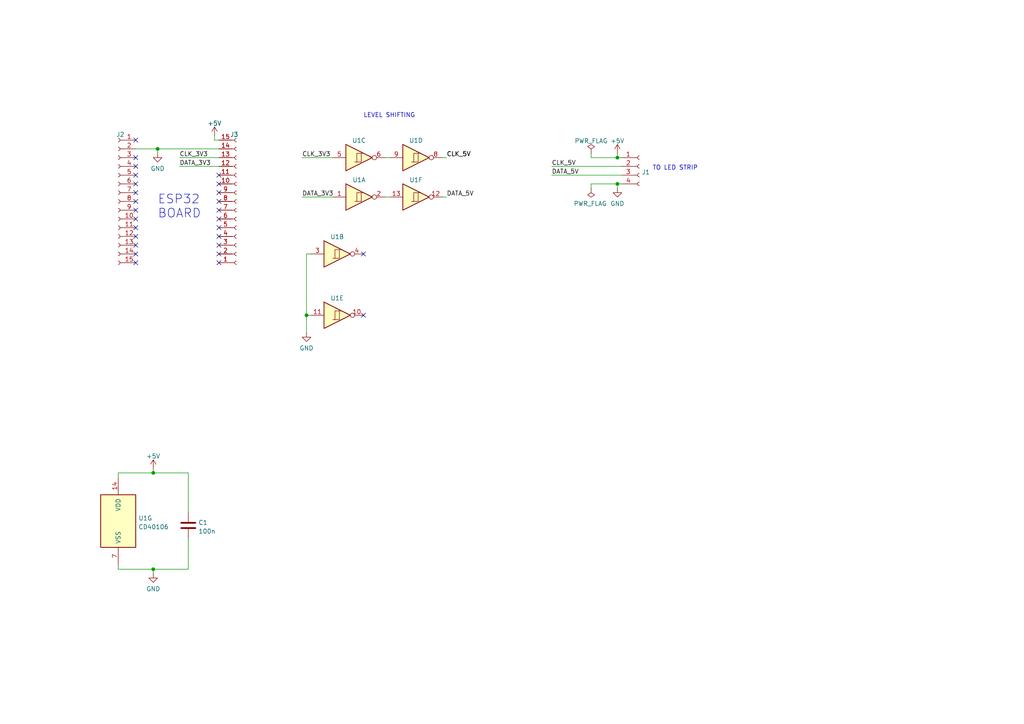
<source format=kicad_sch>
(kicad_sch (version 20211123) (generator eeschema)
  (paper "A4")
  (lib_symbols
    (symbol "4xxx:40106" (pin_names (offset 1.016))
      (property "Reference" "U" (at 0 1.27 0))
      (property "Value" "40106" (at 0 -1.27 0))
      (symbol "40106_1_0"
        (polyline (pts (xy -0.635 -1.27) (xy -0.635 1.27) (xy 0.635 1.27)))
        (polyline (pts (xy -3.81 3.81) (xy -3.81 -3.81) (xy 3.81 0) (xy -3.81 3.81)) (stroke (width 0.254)) (fill (type background)))
        (polyline (pts (xy -1.27 -1.27) (xy 0.635 -1.27) (xy 0.635 1.27) (xy 1.27 1.27)))
        (pin input line (at -7.62 0 0) (length 3.81) (name "~") (number "1"))
        (pin output inverted (at 7.62 0 180) (length 3.81) (name "~") (number "2"))
      )
      (symbol "40106_2_0"
        (polyline (pts (xy -0.635 -1.27) (xy -0.635 1.27) (xy 0.635 1.27)))
        (polyline (pts (xy -3.81 3.81) (xy -3.81 -3.81) (xy 3.81 0) (xy -3.81 3.81)) (stroke (width 0.254)) (fill (type background)))
        (polyline (pts (xy -1.27 -1.27) (xy 0.635 -1.27) (xy 0.635 1.27) (xy 1.27 1.27)))
        (pin input line (at -7.62 0 0) (length 3.81) (name "~") (number "3"))
        (pin output inverted (at 7.62 0 180) (length 3.81) (name "~") (number "4"))
      )
      (symbol "40106_3_0"
        (polyline (pts (xy -0.635 -1.27) (xy -0.635 1.27) (xy 0.635 1.27)))
        (polyline (pts (xy -3.81 3.81) (xy -3.81 -3.81) (xy 3.81 0) (xy -3.81 3.81)) (stroke (width 0.254)) (fill (type background)))
        (polyline (pts (xy -1.27 -1.27) (xy 0.635 -1.27) (xy 0.635 1.27) (xy 1.27 1.27)))
        (pin input line (at -7.62 0 0) (length 3.81) (name "~") (number "5"))
        (pin output inverted (at 7.62 0 180) (length 3.81) (name "~") (number "6"))
      )
      (symbol "40106_4_0"
        (polyline (pts (xy -0.635 -1.27) (xy -0.635 1.27) (xy 0.635 1.27)))
        (polyline (pts (xy -3.81 3.81) (xy -3.81 -3.81) (xy 3.81 0) (xy -3.81 3.81)) (stroke (width 0.254)) (fill (type background)))
        (polyline (pts (xy -1.27 -1.27) (xy 0.635 -1.27) (xy 0.635 1.27) (xy 1.27 1.27)))
        (pin output inverted (at 7.62 0 180) (length 3.81) (name "~") (number "8"))
        (pin input line (at -7.62 0 0) (length 3.81) (name "~") (number "9"))
      )
      (symbol "40106_5_0"
        (polyline (pts (xy -0.635 -1.27) (xy -0.635 1.27) (xy 0.635 1.27)))
        (polyline (pts (xy -3.81 3.81) (xy -3.81 -3.81) (xy 3.81 0) (xy -3.81 3.81)) (stroke (width 0.254)) (fill (type background)))
        (polyline (pts (xy -1.27 -1.27) (xy 0.635 -1.27) (xy 0.635 1.27) (xy 1.27 1.27)))
        (pin output inverted (at 7.62 0 180) (length 3.81) (name "~") (number "10"))
        (pin input line (at -7.62 0 0) (length 3.81) (name "~") (number "11"))
      )
      (symbol "40106_6_0"
        (polyline (pts (xy -0.635 -1.27) (xy -0.635 1.27) (xy 0.635 1.27)))
        (polyline (pts (xy -3.81 3.81) (xy -3.81 -3.81) (xy 3.81 0) (xy -3.81 3.81)) (stroke (width 0.254)) (fill (type background)))
        (polyline (pts (xy -1.27 -1.27) (xy 0.635 -1.27) (xy 0.635 1.27) (xy 1.27 1.27)))
        (pin output inverted (at 7.62 0 180) (length 3.81) (name "~") (number "12"))
        (pin input line (at -7.62 0 0) (length 3.81) (name "~") (number "13"))
      )
      (symbol "40106_7_0"
        (pin power_in line (at 0 12.7 270) (length 5.08) (name "VDD") (number "14"))
        (pin power_in line (at 0 -12.7 90) (length 5.08) (name "VSS") (number "7"))
      )
      (symbol "40106_7_1"
        (rectangle (start -5.08 7.62) (end 5.08 -7.62) (stroke (width 0.254)) (fill (type background)))
      )
    )
    (symbol "Connector:Conn_01x04_Female" (pin_names (offset 1.016) hide)
      (property "Reference" "J" (at 0 5.08 0))
      (property "Value" "Conn_01x04_Female" (at 0 -7.62 0))
      (symbol "Conn_01x04_Female_1_1"
        (arc (start 0 -4.572) (mid -0.508 -5.08) (end 0 -5.588) (stroke (width 0.1524)))
        (arc (start 0 -2.032) (mid -0.508 -2.54) (end 0 -3.048) (stroke (width 0.1524)))
        (polyline (pts (xy -1.27 -5.08) (xy -0.508 -5.08)) (stroke (width 0.1524)))
        (polyline (pts (xy -1.27 -2.54) (xy -0.508 -2.54)) (stroke (width 0.1524)))
        (polyline (pts (xy -1.27 0) (xy -0.508 0)) (stroke (width 0.1524)))
        (polyline (pts (xy -1.27 2.54) (xy -0.508 2.54)) (stroke (width 0.1524)))
        (arc (start 0 0.508) (mid -0.508 0) (end 0 -0.508) (stroke (width 0.1524)))
        (arc (start 0 3.048) (mid -0.508 2.54) (end 0 2.032) (stroke (width 0.1524)))
        (pin passive line (at -5.08 2.54 0) (length 3.81) (name "Pin_1") (number "1"))
        (pin passive line (at -5.08 0 0) (length 3.81) (name "Pin_2") (number "2"))
        (pin passive line (at -5.08 -2.54 0) (length 3.81) (name "Pin_3") (number "3"))
        (pin passive line (at -5.08 -5.08 0) (length 3.81) (name "Pin_4") (number "4"))
      )
    )
    (symbol "Connector:Conn_01x15_Female" (pin_names (offset 1.016) hide)
      (property "Reference" "J" (at 0 20.32 0))
      (property "Value" "Conn_01x15_Female" (at 0 -20.32 0))
      (symbol "Conn_01x15_Female_1_1"
        (arc (start 0 -17.272) (mid -0.508 -17.78) (end 0 -18.288) (stroke (width 0.1524)))
        (arc (start 0 -14.732) (mid -0.508 -15.24) (end 0 -15.748) (stroke (width 0.1524)))
        (arc (start 0 -12.192) (mid -0.508 -12.7) (end 0 -13.208) (stroke (width 0.1524)))
        (arc (start 0 -9.652) (mid -0.508 -10.16) (end 0 -10.668) (stroke (width 0.1524)))
        (arc (start 0 -7.112) (mid -0.508 -7.62) (end 0 -8.128) (stroke (width 0.1524)))
        (arc (start 0 -4.572) (mid -0.508 -5.08) (end 0 -5.588) (stroke (width 0.1524)))
        (arc (start 0 -2.032) (mid -0.508 -2.54) (end 0 -3.048) (stroke (width 0.1524)))
        (polyline (pts (xy -1.27 -17.78) (xy -0.508 -17.78)) (stroke (width 0.1524)))
        (polyline (pts (xy -1.27 -15.24) (xy -0.508 -15.24)) (stroke (width 0.1524)))
        (polyline (pts (xy -1.27 -12.7) (xy -0.508 -12.7)) (stroke (width 0.1524)))
        (polyline (pts (xy -1.27 -10.16) (xy -0.508 -10.16)) (stroke (width 0.1524)))
        (polyline (pts (xy -1.27 -7.62) (xy -0.508 -7.62)) (stroke (width 0.1524)))
        (polyline (pts (xy -1.27 -5.08) (xy -0.508 -5.08)) (stroke (width 0.1524)))
        (polyline (pts (xy -1.27 -2.54) (xy -0.508 -2.54)) (stroke (width 0.1524)))
        (polyline (pts (xy -1.27 0) (xy -0.508 0)) (stroke (width 0.1524)))
        (polyline (pts (xy -1.27 2.54) (xy -0.508 2.54)) (stroke (width 0.1524)))
        (polyline (pts (xy -1.27 5.08) (xy -0.508 5.08)) (stroke (width 0.1524)))
        (polyline (pts (xy -1.27 7.62) (xy -0.508 7.62)) (stroke (width 0.1524)))
        (polyline (pts (xy -1.27 10.16) (xy -0.508 10.16)) (stroke (width 0.1524)))
        (polyline (pts (xy -1.27 12.7) (xy -0.508 12.7)) (stroke (width 0.1524)))
        (polyline (pts (xy -1.27 15.24) (xy -0.508 15.24)) (stroke (width 0.1524)))
        (polyline (pts (xy -1.27 17.78) (xy -0.508 17.78)) (stroke (width 0.1524)))
        (arc (start 0 0.508) (mid -0.508 0) (end 0 -0.508) (stroke (width 0.1524)))
        (arc (start 0 3.048) (mid -0.508 2.54) (end 0 2.032) (stroke (width 0.1524)))
        (arc (start 0 5.588) (mid -0.508 5.08) (end 0 4.572) (stroke (width 0.1524)))
        (arc (start 0 8.128) (mid -0.508 7.62) (end 0 7.112) (stroke (width 0.1524)))
        (arc (start 0 10.668) (mid -0.508 10.16) (end 0 9.652) (stroke (width 0.1524)))
        (arc (start 0 13.208) (mid -0.508 12.7) (end 0 12.192) (stroke (width 0.1524)))
        (arc (start 0 15.748) (mid -0.508 15.24) (end 0 14.732) (stroke (width 0.1524)))
        (arc (start 0 18.288) (mid -0.508 17.78) (end 0 17.272) (stroke (width 0.1524)))
        (pin passive line (at -5.08 17.78 0) (length 3.81) (name "Pin_1") (number "1"))
        (pin passive line (at -5.08 -5.08 0) (length 3.81) (name "Pin_10") (number "10"))
        (pin passive line (at -5.08 -7.62 0) (length 3.81) (name "Pin_11") (number "11"))
        (pin passive line (at -5.08 -10.16 0) (length 3.81) (name "Pin_12") (number "12"))
        (pin passive line (at -5.08 -12.7 0) (length 3.81) (name "Pin_13") (number "13"))
        (pin passive line (at -5.08 -15.24 0) (length 3.81) (name "Pin_14") (number "14"))
        (pin passive line (at -5.08 -17.78 0) (length 3.81) (name "Pin_15") (number "15"))
        (pin passive line (at -5.08 15.24 0) (length 3.81) (name "Pin_2") (number "2"))
        (pin passive line (at -5.08 12.7 0) (length 3.81) (name "Pin_3") (number "3"))
        (pin passive line (at -5.08 10.16 0) (length 3.81) (name "Pin_4") (number "4"))
        (pin passive line (at -5.08 7.62 0) (length 3.81) (name "Pin_5") (number "5"))
        (pin passive line (at -5.08 5.08 0) (length 3.81) (name "Pin_6") (number "6"))
        (pin passive line (at -5.08 2.54 0) (length 3.81) (name "Pin_7") (number "7"))
        (pin passive line (at -5.08 0 0) (length 3.81) (name "Pin_8") (number "8"))
        (pin passive line (at -5.08 -2.54 0) (length 3.81) (name "Pin_9") (number "9"))
      )
    )
    (symbol "Device:C" (pin_numbers hide) (pin_names (offset 0.254))
      (property "Reference" "C" (at 0.635 2.54 0))
      (property "Value" "C" (at 0.635 -2.54 0))
      (symbol "C_0_1"
        (polyline (pts (xy -2.032 -0.762) (xy 2.032 -0.762)) (stroke (width 0.508)))
        (polyline (pts (xy -2.032 0.762) (xy 2.032 0.762)) (stroke (width 0.508)))
      )
      (symbol "C_1_1"
        (pin passive line (at 0 3.81 270) (length 2.794) (name "~") (number "1"))
        (pin passive line (at 0 -3.81 90) (length 2.794) (name "~") (number "2"))
      )
    )
    (symbol "power:+5V" (power) (pin_names (offset 0))
      (property "Value" "+5V" (at 0 3.556 0))
      (symbol "+5V_0_1"
        (polyline (pts (xy -0.762 1.27) (xy 0 2.54)))
        (polyline (pts (xy 0 0) (xy 0 2.54)))
        (polyline (pts (xy 0 2.54) (xy 0.762 1.27)))
      )
      (symbol "+5V_1_1"
        (pin power_in line (at 0 0 90) (length 0) hide (name "+5V") (number "1"))
      )
    )
    (symbol "power:GND" (power) (pin_names (offset 0))
      (property "Value" "GND" (at 0 -3.81 0))
      (symbol "GND_0_1"
        (polyline (pts (xy 0 0) (xy 0 -1.27) (xy 1.27 -1.27) (xy 0 -2.54) (xy -1.27 -1.27) (xy 0 -1.27)))
      )
      (symbol "GND_1_1"
        (pin power_in line (at 0 0 270) (length 0) hide (name "GND") (number "1"))
      )
    )
    (symbol "power:PWR_FLAG" (power) (pin_numbers hide) (pin_names (offset 0) hide)
      (property "Value" "PWR_FLAG" (at 0 3.81 0))
      (symbol "PWR_FLAG_0_0"
        (pin power_out line (at 0 0 90) (length 0) (name "pwr") (number "1"))
      )
      (symbol "PWR_FLAG_0_1"
        (polyline (pts (xy 0 0) (xy 0 1.27) (xy -1.016 1.905) (xy 0 2.54) (xy 1.016 1.905) (xy 0 1.27)))
      )
    )
  )
  (junction (at 44.45 137.16))
  (junction (at 179.07 45.72))
  (junction (at 45.72 43.18))
  (junction (at 44.45 165.1))
  (junction (at 88.9 91.44))
  (junction (at 179.07 53.34))
  (no_connect (at 39.37 58.42))
  (no_connect (at 39.37 55.88))
  (no_connect (at 39.37 40.64))
  (no_connect (at 39.37 50.8))
  (no_connect (at 39.37 48.26))
  (no_connect (at 39.37 53.34))
  (no_connect (at 39.37 45.72))
  (no_connect (at 105.41 73.66))
  (no_connect (at 105.41 91.44))
  (no_connect (at 63.5 55.88))
  (no_connect (at 63.5 66.04))
  (no_connect (at 63.5 60.96))
  (no_connect (at 63.5 63.5))
  (no_connect (at 39.37 68.58))
  (no_connect (at 39.37 66.04))
  (no_connect (at 39.37 63.5))
  (no_connect (at 39.37 60.96))
  (no_connect (at 39.37 71.12))
  (no_connect (at 39.37 76.2))
  (no_connect (at 63.5 68.58))
  (no_connect (at 39.37 73.66))
  (no_connect (at 63.5 71.12))
  (no_connect (at 63.5 73.66))
  (no_connect (at 63.5 76.2))
  (no_connect (at 63.5 53.34))
  (no_connect (at 63.5 50.8))
  (no_connect (at 63.5 58.42))
  (wire (pts (xy 179.07 54.61) (xy 179.07 53.34)))
  (wire (pts (xy 128.27 45.72) (xy 129.54 45.72)))
  (wire (pts (xy 44.45 137.16) (xy 34.29 137.16)))
  (wire (pts (xy 62.23 39.37) (xy 62.23 40.64)))
  (wire (pts (xy 128.27 57.15) (xy 129.54 57.15)))
  (wire (pts (xy 179.07 53.34) (xy 171.45 53.34)))
  (wire (pts (xy 160.02 48.26) (xy 180.34 48.26)))
  (wire (pts (xy 39.37 43.18) (xy 45.72 43.18)))
  (wire (pts (xy 52.07 45.72) (xy 63.5 45.72)))
  (wire (pts (xy 171.45 53.34) (xy 171.45 54.61)))
  (wire (pts (xy 87.63 57.15) (xy 96.52 57.15)))
  (wire (pts (xy 171.45 44.45) (xy 171.45 45.72)))
  (wire (pts (xy 44.45 165.1) (xy 44.45 166.37)))
  (wire (pts (xy 88.9 91.44) (xy 88.9 96.52)))
  (wire (pts (xy 62.23 40.64) (xy 63.5 40.64)))
  (wire (pts (xy 45.72 43.18) (xy 63.5 43.18)))
  (wire (pts (xy 34.29 163.83) (xy 34.29 165.1)))
  (wire (pts (xy 179.07 53.34) (xy 180.34 53.34)))
  (wire (pts (xy 111.76 57.15) (xy 113.03 57.15)))
  (wire (pts (xy 34.29 137.16) (xy 34.29 138.43)))
  (wire (pts (xy 90.17 73.66) (xy 88.9 73.66)))
  (wire (pts (xy 54.61 165.1) (xy 54.61 156.21)))
  (wire (pts (xy 54.61 137.16) (xy 44.45 137.16)))
  (wire (pts (xy 34.29 165.1) (xy 44.45 165.1)))
  (wire (pts (xy 171.45 45.72) (xy 179.07 45.72)))
  (wire (pts (xy 45.72 44.45) (xy 45.72 43.18)))
  (wire (pts (xy 88.9 73.66) (xy 88.9 91.44)))
  (wire (pts (xy 87.63 45.72) (xy 96.52 45.72)))
  (wire (pts (xy 179.07 44.45) (xy 179.07 45.72)))
  (wire (pts (xy 52.07 48.26) (xy 63.5 48.26)))
  (wire (pts (xy 44.45 135.89) (xy 44.45 137.16)))
  (wire (pts (xy 44.45 165.1) (xy 54.61 165.1)))
  (wire (pts (xy 179.07 45.72) (xy 180.34 45.72)))
  (wire (pts (xy 54.61 148.59) (xy 54.61 137.16)))
  (wire (pts (xy 111.76 45.72) (xy 113.03 45.72)))
  (wire (pts (xy 88.9 91.44) (xy 90.17 91.44)))
  (wire (pts (xy 160.02 50.8) (xy 180.34 50.8)))
  (text "LEVEL SHIFTING" (at 105.41 34.29 0) (effects (font (size 1.27 1.27)) (justify left bottom)))
  (text "ESP32\nBOARD" (at 45.72 63.5 0) (effects (font (size 2.54 2.54)) (justify left bottom)))
  (text "TO LED STRIP" (at 189.23 49.53 0) (effects (font (size 1.27 1.27)) (justify left bottom)))
  (label "DATA_5V" (at 160.02 50.8 0))
  (label "CLK_5V" (at 129.54 45.72 0))
  (label "DATA_3V3" (at 87.63 57.15 0))
  (label "CLK_3V3" (at 87.63 45.72 0))
  (label "DATA_3V3" (at 52.07 48.26 0))
  (label "CLK_5V" (at 160.02 48.26 0))
  (label "CLK_5V" (at 129.54 45.72 0))
  (label "DATA_5V" (at 129.54 57.15 0))
  (label "CLK_3V3" (at 52.07 45.72 0))
  (symbol (lib_id "4xxx:40106") (at 104.14 57.15 0) (unit 1)
    (property "Reference" "U1" (at 104.14 52.1772 0))
    (property "Value" "CD40106" (effects hide))
    (property "Footprint" "Package_SO:SOIC-14_3.9x8.7mm_P1.27mm" (effects hide))
    (property "Datasheet" "https://assets.nexperia.com/documents/data-sheet/HEF40106B.pdf" (effects hide))
  )
  (symbol (lib_id "4xxx:40106") (at 120.65 45.72 0) (unit 4)
    (property "Reference" "U1" (at 120.65 40.7472 0))
    (property "Value" "CD40106" (effects hide))
    (property "Footprint" "Package_SO:SOIC-14_3.9x8.7mm_P1.27mm" (effects hide))
    (property "Datasheet" "https://assets.nexperia.com/documents/data-sheet/HEF40106B.pdf" (effects hide))
  )
  (symbol (lib_id "power:PWR_FLAG") (at 171.45 44.45 0) (unit 1)
    (property "Reference" "#FLG0101" (effects hide))
    (property "Value" "PWR_FLAG" (at 171.45 40.8742 0))
  )
  (symbol (lib_id "4xxx:40106") (at 97.79 91.44 0) (unit 5)
    (property "Reference" "U1" (at 97.79 86.4672 0))
    (property "Value" "CD40106" (effects hide))
    (property "Footprint" "Package_SO:SOIC-14_3.9x8.7mm_P1.27mm" (effects hide))
    (property "Datasheet" "https://assets.nexperia.com/documents/data-sheet/HEF40106B.pdf" (effects hide))
  )
  (symbol (lib_id "4xxx:40106") (at 34.29 151.13 0) (unit 7)
    (property "Reference" "U1" (at 40.132 150.2953 0) (effects (justify left)))
    (property "Value" "CD40106" (at 40.132 152.8322 0) (effects (justify left)))
    (property "Footprint" "Package_SO:SOIC-14_3.9x8.7mm_P1.27mm" (effects hide))
    (property "Datasheet" "https://assets.nexperia.com/documents/data-sheet/HEF40106B.pdf" (effects hide))
  )
  (symbol (lib_id "power:GND") (at 88.9 96.52 0) (unit 1)
    (property "Reference" "#PWR0104" (effects hide))
    (property "Value" "GND" (at 88.9 100.9634 0))
  )
  (symbol (lib_id "4xxx:40106") (at 97.79 73.66 0) (unit 2)
    (property "Reference" "U1" (at 97.79 68.6872 0))
    (property "Value" "CD40106" (effects hide))
    (property "Footprint" "Package_SO:SOIC-14_3.9x8.7mm_P1.27mm" (effects hide))
    (property "Datasheet" "https://assets.nexperia.com/documents/data-sheet/HEF40106B.pdf" (effects hide))
  )
  (symbol (lib_id "power:+5V") (at 179.07 44.45 0) (unit 1)
    (property "Reference" "#PWR0106" (effects hide))
    (property "Value" "+5V" (at 179.07 40.8742 0))
  )
  (symbol (lib_id "4xxx:40106") (at 104.14 45.72 0) (unit 3)
    (property "Reference" "U1" (at 104.14 40.7472 0))
    (property "Value" "CD40106" (effects hide))
    (property "Footprint" "Package_SO:SOIC-14_3.9x8.7mm_P1.27mm" (effects hide))
    (property "Datasheet" "https://assets.nexperia.com/documents/data-sheet/HEF40106B.pdf" (effects hide))
  )
  (symbol (lib_id "Connector:Conn_01x04_Female") (at 185.42 48.26 0) (unit 1)
    (property "Reference" "J1" (at 186.1312 49.9638 0) (effects (justify left)))
    (property "Value" "Conn_01x04_Female" (effects hide))
    (property "Footprint" "Connector_Phoenix_MSTB:PhoenixContact_MSTBA_2,5_4-G-5,08_1x04_P5.08mm_Horizontal" (effects hide))
  )
  (symbol (lib_id "power:GND") (at 45.72 44.45 0) (unit 1)
    (property "Reference" "#PWR0101" (effects hide))
    (property "Value" "GND" (at 45.72 48.8934 0))
  )
  (symbol (lib_id "power:+5V") (at 44.45 135.89 0) (unit 1)
    (property "Reference" "#PWR0107" (effects hide))
    (property "Value" "+5V" (at 44.45 132.3142 0))
  )
  (symbol (lib_id "Connector:Conn_01x15_Female") (at 68.58 58.42 0) (mirror x) (unit 1)
    (property "Reference" "J3" (at 67.945 39.02 0))
    (property "Value" "Conn_01x15_Female" (effects hide))
    (property "Footprint" "Connector_PinSocket_2.54mm:PinSocket_1x15_P2.54mm_Vertical" (effects hide))
  )
  (symbol (lib_id "power:PWR_FLAG") (at 171.45 54.61 180) (unit 1)
    (property "Reference" "#FLG0102" (effects hide))
    (property "Value" "PWR_FLAG" (at 166.37 59.055 0) (effects (justify right)))
  )
  (symbol (lib_id "power:GND") (at 179.07 54.61 0) (unit 1)
    (property "Reference" "#PWR0105" (effects hide))
    (property "Value" "GND" (at 179.07 59.0534 0))
  )
  (symbol (lib_id "Connector:Conn_01x15_Female") (at 34.29 58.42 0) (mirror y) (unit 1)
    (property "Reference" "J2" (at 34.925 39.02 0))
    (property "Value" "Conn_01x15_Female" (effects hide))
    (property "Footprint" "Connector_PinSocket_2.54mm:PinSocket_1x15_P2.54mm_Vertical" (effects hide))
  )
  (symbol (lib_id "Device:C") (at 54.61 152.4 0) (unit 1)
    (property "Reference" "C1" (at 57.531 151.5653 0) (effects (justify left)))
    (property "Value" "100n" (at 57.531 154.1022 0) (effects (justify left)))
    (property "Footprint" "Capacitor_SMD:C_0603_1608Metric" (effects hide))
  )
  (symbol (lib_id "power:GND") (at 44.45 166.37 0) (unit 1)
    (property "Reference" "#PWR0102" (effects hide))
    (property "Value" "GND" (at 44.45 170.8134 0))
  )
  (symbol (lib_id "4xxx:40106") (at 120.65 57.15 0) (unit 6)
    (property "Reference" "U1" (at 120.65 52.1772 0))
    (property "Value" "CD40106" (effects hide))
    (property "Footprint" "Package_SO:SOIC-14_3.9x8.7mm_P1.27mm" (effects hide))
    (property "Datasheet" "https://assets.nexperia.com/documents/data-sheet/HEF40106B.pdf" (effects hide))
  )
  (symbol (lib_id "power:+5V") (at 62.23 39.37 0) (unit 1)
    (property "Reference" "#PWR0103" (effects hide))
    (property "Value" "+5V" (at 62.23 35.7942 0))
  )
)
</source>
